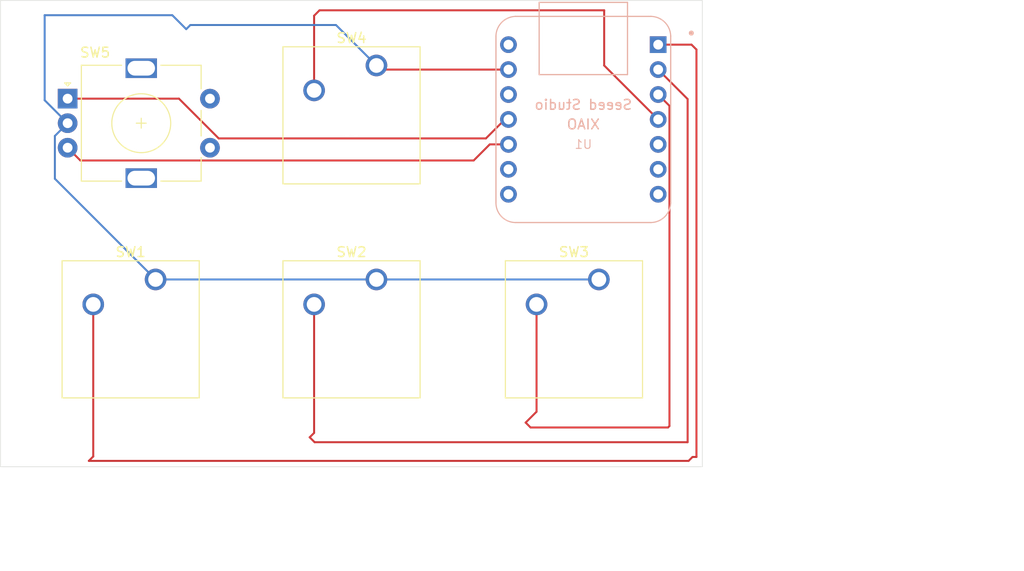
<source format=kicad_pcb>
(kicad_pcb (version 20240108) (generator "pcbnew") (generator_version "8.0")
  (layers (0 "F.Cu" signal) (31 "B.Cu" signal) (34 "B.Paste" user) (35 "F.Paste" user) (36 "B.SilkS" user "B.Silkscreen") (37 "F.SilkS" user "F.Silkscreen") (38 "B.Mask" user) (39 "F.Mask" user) (44 "Edge.Cuts" user))
  (net 0 "")
  (net 1 "1")
  (net 2 "GND")
  (net 3 "2")
  (net 4 "3")
  (net 5 "4")
  (net 6 "B")
  (net 7 "A")
  (footprint "Button_Switch_Keyboard:SW_Cherry_MX_1.00u_PCB" (layer "F.Cu") (at 89.8 56.42)
    (property "Reference" "SW2" (at -2.54 -2.794 0) (layer "F.SilkS"))
    (property "Value" "SW_Push")
    (fp_line (start -9.525 -1.905) (end 4.445 -1.905) (stroke (width 0.12)) (layer "F.SilkS"))
    (fp_line (start -9.525 12.065) (end -9.525 -1.905) (stroke (width 0.12)) (layer "F.SilkS"))
    (fp_line (start 4.445 -1.905) (end 4.445 12.065) (stroke (width 0.12)) (layer "F.SilkS"))
    (fp_line (start 4.445 12.065) (end -9.525 12.065) (stroke (width 0.12)) (layer "F.SilkS"))
    (pad "" np_thru_hole circle (at -7.62 5.08) (size 1.7 1.7) (drill 1.7) (layers "*.Cu" "*.Mask"))
    (pad "" np_thru_hole circle (at -2.54 5.08) (size 4 4) (drill 4) (layers "*.Cu" "*.Mask"))
    (pad "" np_thru_hole circle (at 2.54 5.08) (size 1.7 1.7) (drill 1.7) (layers "*.Cu" "*.Mask"))
    (pad "1" thru_hole circle (at 0 0) (size 2.2 2.2) (drill 1.5) (layers "*.Cu" "*.Mask") (net 2 "GND"))
    (pad "2" thru_hole circle (at -6.35 2.54) (size 2.2 2.2) (drill 1.5) (layers "*.Cu" "*.Mask") (net 3 "2"))
  )
  (footprint "Rotary_Encoder:RotaryEncoder_Alps_EC11E-Switch_Vertical_H20mm" (layer "F.Cu") (at 58.34 38)
    (property "Reference" "SW5" (at 2.8 -4.7 0) (layer "F.SilkS"))
    (property "Value" "RotaryEncoder")
    (fp_line (start -0.3 -1.6) (end 0.3 -1.6) (stroke (width 0.12)) (layer "F.SilkS"))
    (fp_line (start 0 -1.3) (end -0.3 -1.6) (stroke (width 0.12)) (layer "F.SilkS"))
    (fp_line (start 0.3 -1.6) (end 0 -1.3) (stroke (width 0.12)) (layer "F.SilkS"))
    (fp_line (start 1.4 -3.4) (end 1.4 8.4) (stroke (width 0.12)) (layer "F.SilkS"))
    (fp_line (start 5.5 -3.4) (end 1.4 -3.4) (stroke (width 0.12)) (layer "F.SilkS"))
    (fp_line (start 5.5 8.4) (end 1.4 8.4) (stroke (width 0.12)) (layer "F.SilkS"))
    (fp_line (start 7 2.5) (end 8 2.5) (stroke (width 0.12)) (layer "F.SilkS"))
    (fp_line (start 7.5 2) (end 7.5 3) (stroke (width 0.12)) (layer "F.SilkS"))
    (fp_line (start 9.5 -3.4) (end 13.6 -3.4) (stroke (width 0.12)) (layer "F.SilkS"))
    (fp_line (start 13.6 -3.4) (end 13.6 -1) (stroke (width 0.12)) (layer "F.SilkS"))
    (fp_line (start 13.6 1.2) (end 13.6 3.8) (stroke (width 0.12)) (layer "F.SilkS"))
    (fp_line (start 13.6 6) (end 13.6 8.4) (stroke (width 0.12)) (layer "F.SilkS"))
    (fp_line (start 13.6 8.4) (end 9.5 8.4) (stroke (width 0.12)) (layer "F.SilkS"))
    (fp_circle (center 7.5 2.5) (end 10.5 2.5) (stroke (width 0.12)) (fill none) (layer "F.SilkS"))
    (pad "A" thru_hole rect (at 0 0) (size 2 2) (drill 1) (layers "*.Cu" "*.Mask") (net 7 "A"))
    (pad "B" thru_hole circle (at 0 5) (size 2 2) (drill 1) (layers "*.Cu" "*.Mask") (net 6 "B"))
    (pad "C" thru_hole circle (at 0 2.5) (size 2 2) (drill 1) (layers "*.Cu" "*.Mask") (net 2 "GND"))
    (pad "MP" thru_hole rect (at 7.5 -3.1) (size 3.2 2) (drill oval 2.8 1.5) (layers "*.Cu" "*.Mask"))
    (pad "MP" thru_hole rect (at 7.5 8.1) (size 3.2 2) (drill oval 2.8 1.5) (layers "*.Cu" "*.Mask"))
    (pad "S1" thru_hole circle (at 14.5 5) (size 2 2) (drill 1) (layers "*.Cu" "*.Mask"))
    (pad "S2" thru_hole circle (at 14.5 0) (size 2 2) (drill 1) (layers "*.Cu" "*.Mask"))
  )
  (footprint "Button_Switch_Keyboard:SW_Cherry_MX_1.00u_PCB" (layer "F.Cu") (at 112.46 56.42)
    (property "Reference" "SW3" (at -2.54 -2.794 0) (layer "F.SilkS"))
    (property "Value" "SW_Push")
    (fp_line (start -9.525 -1.905) (end 4.445 -1.905) (stroke (width 0.12)) (layer "F.SilkS"))
    (fp_line (start -9.525 12.065) (end -9.525 -1.905) (stroke (width 0.12)) (layer "F.SilkS"))
    (fp_line (start 4.445 -1.905) (end 4.445 12.065) (stroke (width 0.12)) (layer "F.SilkS"))
    (fp_line (start 4.445 12.065) (end -9.525 12.065) (stroke (width 0.12)) (layer "F.SilkS"))
    (pad "" np_thru_hole circle (at -7.62 5.08) (size 1.7 1.7) (drill 1.7) (layers "*.Cu" "*.Mask"))
    (pad "" np_thru_hole circle (at -2.54 5.08) (size 4 4) (drill 4) (layers "*.Cu" "*.Mask"))
    (pad "" np_thru_hole circle (at 2.54 5.08) (size 1.7 1.7) (drill 1.7) (layers "*.Cu" "*.Mask"))
    (pad "1" thru_hole circle (at 0 0) (size 2.2 2.2) (drill 1.5) (layers "*.Cu" "*.Mask") (net 2 "GND"))
    (pad "2" thru_hole circle (at -6.35 2.54) (size 2.2 2.2) (drill 1.5) (layers "*.Cu" "*.Mask") (net 4 "3"))
  )
  (footprint "Button_Switch_Keyboard:SW_Cherry_MX_1.00u_PCB" (layer "F.Cu") (at 89.8 34.62)
    (property "Reference" "SW4" (at -2.54 -2.794 0) (layer "F.SilkS"))
    (property "Value" "SW_Push")
    (fp_line (start -9.525 -1.905) (end 4.445 -1.905) (stroke (width 0.12)) (layer "F.SilkS"))
    (fp_line (start -9.525 12.065) (end -9.525 -1.905) (stroke (width 0.12)) (layer "F.SilkS"))
    (fp_line (start 4.445 -1.905) (end 4.445 12.065) (stroke (width 0.12)) (layer "F.SilkS"))
    (fp_line (start 4.445 12.065) (end -9.525 12.065) (stroke (width 0.12)) (layer "F.SilkS"))
    (pad "" np_thru_hole circle (at -7.62 5.08) (size 1.7 1.7) (drill 1.7) (layers "*.Cu" "*.Mask"))
    (pad "" np_thru_hole circle (at -2.54 5.08) (size 4 4) (drill 4) (layers "*.Cu" "*.Mask"))
    (pad "" np_thru_hole circle (at 2.54 5.08) (size 1.7 1.7) (drill 1.7) (layers "*.Cu" "*.Mask"))
    (pad "1" thru_hole circle (at 0 0) (size 2.2 2.2) (drill 1.5) (layers "*.Cu" "*.Mask") (net 2 "GND"))
    (pad "2" thru_hole circle (at -6.35 2.54) (size 2.2 2.2) (drill 1.5) (layers "*.Cu" "*.Mask") (net 5 "4"))
  )
  (footprint "Button_Switch_Keyboard:SW_Cherry_MX_1.00u_PCB" (layer "F.Cu") (at 67.3 56.42)
    (property "Reference" "SW1" (at -2.54 -2.794 0) (layer "F.SilkS"))
    (property "Value" "SW_Push")
    (fp_line (start -9.525 -1.905) (end 4.445 -1.905) (stroke (width 0.12)) (layer "F.SilkS"))
    (fp_line (start -9.525 12.065) (end -9.525 -1.905) (stroke (width 0.12)) (layer "F.SilkS"))
    (fp_line (start 4.445 -1.905) (end 4.445 12.065) (stroke (width 0.12)) (layer "F.SilkS"))
    (fp_line (start 4.445 12.065) (end -9.525 12.065) (stroke (width 0.12)) (layer "F.SilkS"))
    (pad "" np_thru_hole circle (at -7.62 5.08) (size 1.7 1.7) (drill 1.7) (layers "*.Cu" "*.Mask"))
    (pad "" np_thru_hole circle (at -2.54 5.08) (size 4 4) (drill 4) (layers "*.Cu" "*.Mask"))
    (pad "" np_thru_hole circle (at 2.54 5.08) (size 1.7 1.7) (drill 1.7) (layers "*.Cu" "*.Mask"))
    (pad "1" thru_hole circle (at 0 0) (size 2.2 2.2) (drill 1.5) (layers "*.Cu" "*.Mask") (net 2 "GND"))
    (pad "2" thru_hole circle (at -6.35 2.54) (size 2.2 2.2) (drill 1.5) (layers "*.Cu" "*.Mask") (net 1 "1"))
  )
  (footprint "Seeed Studio XIAO Series Library:XIAO-Generic-Thruhole-14P-2.54-21X17.8MM" (layer "B.Cu") (at 110.875 40.12 180)
    (property "Reference" "U1" (at 0 -2.54 0) (layer "B.SilkS") (effects (font (size 0.889 0.889) (thickness 0.1016)) (justify mirror)))
    (property "Value" "Seeed Studio XIAO SAMD21" (hide yes))
    (fp_line (start 8.9 8.5) (end 8.9 -8.5) (stroke (width 0.127)) (layer "B.SilkS"))
    (fp_line (start 6.9 -10.5) (end -6.9 -10.5) (stroke (width 0.127)) (layer "B.SilkS"))
    (fp_line (start 4.5 11.92403) (end -4.5 11.92403) (stroke (width 0.127)) (layer "B.SilkS"))
    (fp_line (start 4.5 4.57073) (end 4.5 11.92403) (stroke (width 0.127)) (layer "B.SilkS"))
    (fp_line (start -4.5 11.92403) (end -4.5 4.57073) (stroke (width 0.127)) (layer "B.SilkS"))
    (fp_line (start -4.5 4.57073) (end 4.5 4.57073) (stroke (width 0.127)) (layer "B.SilkS"))
    (fp_line (start -6.9 10.49909) (end 6.9 10.49909) (stroke (width 0.127)) (layer "B.SilkS"))
    (fp_line (start -8.9 -8.5) (end -8.9 8.5) (stroke (width 0.127)) (layer "B.SilkS"))
    (fp_arc (start 8.9 8.5) (mid 8.301494 9.901494) (end 6.9 10.5) (stroke (width 0.12)) (layer "B.SilkS"))
    (fp_arc (start 6.9 -10.5) (mid 8.314214 -9.914214) (end 8.9 -8.5) (stroke (width 0.12)) (layer "B.SilkS"))
    (fp_arc (start -6.9 10.5) (mid -8.301491 9.901491) (end -8.9 8.5) (stroke (width 0.12)) (layer "B.SilkS"))
    (fp_arc (start -8.9 -8.5) (mid -8.301423 -9.901423) (end -6.9 -10.5) (stroke (width 0.12)) (layer "B.SilkS"))
    (fp_circle (center -11 8.8) (end -11 9.054) (fill solid) (layer "B.SilkS"))
    (fp_poly (pts (xy -8.887715 8.561705) (xy -8.884667 8.610473) (xy -8.880603 8.659494)) (stroke (width 0.0254)) (fill none) (layer "B.SilkS"))
    (fp_poly (pts (xy 8.889492 -8.521574) (xy 8.887713 -8.57085) (xy 8.884665 -8.619618) (xy 8.880601 -8.668639) (xy 8.875268 -8.717407) (xy 8.868664 -8.766175) (xy 8.861044 -8.81469) (xy 8.852153 -8.86295) (xy 8.842248 -8.910955)) (stroke (width 0.0254)) (fill none) (layer "B.SilkS"))
    (fp_text user "XIAO" (at 0 -0.5 0) (layer "B.SilkS") (effects (justify mirror)))
    (fp_text user "Seeed Studio" (at 0 1.5 0) (layer "B.SilkS") (effects (justify mirror)))
    (pad "1" thru_hole rect (at -7.625 7.62 180) (size 1.7 1.7) (drill 1) (layers "*.Cu" "*.Mask") (net 1 "1"))
    (pad "2" thru_hole circle (at -7.625 5.08 180) (size 1.7 1.7) (drill 1) (layers "*.Cu" "*.Mask") (net 3 "2"))
    (pad "3" thru_hole circle (at -7.625 2.54 180) (size 1.7 1.7) (drill 1) (layers "*.Cu" "*.Mask") (net 4 "3"))
    (pad "4" thru_hole circle (at -7.625 0 180) (size 1.7 1.7) (drill 1) (layers "*.Cu" "*.Mask") (net 5 "4"))
    (pad "5" thru_hole circle (at -7.625 -2.54 180) (size 1.7 1.7) (drill 1) (layers "*.Cu" "*.Mask"))
    (pad "6" thru_hole circle (at -7.625 -5.08) (size 1.7 1.7) (drill 1) (layers "*.Cu" "*.Mask"))
    (pad "7" thru_hole circle (at -7.625 -7.62 180) (size 1.7 1.7) (drill 1) (layers "*.Cu" "*.Mask"))
    (pad "8" thru_hole circle (at 7.625 -7.62 180) (size 1.7 1.7) (drill 1) (layers "*.Cu" "*.Mask"))
    (pad "9" thru_hole circle (at 7.625 -5.08 180) (size 1.7 1.7) (drill 1) (layers "*.Cu" "*.Mask"))
    (pad "10" thru_hole circle (at 7.625 -2.54 180) (size 1.7 1.7) (drill 1) (layers "*.Cu" "*.Mask") (net 6 "B"))
    (pad "11" thru_hole circle (at 7.625 0 180) (size 1.7 1.7) (drill 1) (layers "*.Cu" "*.Mask") (net 7 "A"))
    (pad "12" thru_hole circle (at 7.625 2.54 180) (size 1.7 1.7) (drill 1) (layers "*.Cu" "*.Mask"))
    (pad "13" thru_hole circle (at 7.625 5.08 180) (size 1.7 1.7) (drill 1) (layers "*.Cu" "*.Mask") (net 2 "GND"))
    (pad "14" thru_hole circle (at 7.625 7.62 180) (size 1.7 1.7) (drill 1) (layers "*.Cu" "*.Mask"))
  )
  (gr_rect (start 51.5 28) (end 123 75.5) (stroke (width 0.05)) (fill none) (layer "Edge.Cuts"))
  (segment (start 60.95 74.45) (end 60.95 58.96) (width 0.2) (layer "F.Cu") (net 1))
  (segment (start 122.4 74.5) (end 122 74.5) (width 0.2) (layer "F.Cu") (net 1))
  (segment (start 121.9 32.5) (end 122.4 33) (width 0.2) (layer "F.Cu") (net 1))
  (segment (start 122.4 33) (end 122.4 74.5) (width 0.2) (layer "F.Cu") (net 1))
  (segment (start 121.6 74.9) (end 60.5 74.9) (width 0.2) (layer "F.Cu") (net 1))
  (segment (start 60.5 74.9) (end 60.95 74.45) (width 0.2) (layer "F.Cu") (net 1))
  (segment (start 122 74.5) (end 121.6 74.9) (width 0.2) (layer "F.Cu") (net 1))
  (segment (start 118.5 32.5) (end 121.9 32.5) (width 0.2) (layer "F.Cu") (net 1))
  (segment (start 103.25 35.04) (end 90.22 35.04) (width 0.2) (layer "F.Cu") (net 2))
  (segment (start 90.22 35.04) (end 89.8 34.62) (width 0.2) (layer "F.Cu") (net 2))
  (segment (start 89.8 34.62) (end 89.750526 34.570526) (width 0.2) (layer "F.Cu") (net 2))
  (segment (start 89.750526 34.570526) (end 89.729684 34.570526) (width 0.2) (layer "F.Cu") (net 2))
  (segment (start 89.8 34.62) (end 85.68 30.5) (width 0.2) (layer "B.Cu") (net 2))
  (segment (start 69 29.5) (end 56 29.5) (width 0.2) (layer "B.Cu") (net 2))
  (segment (start 85.68 30.5) (end 70.84 30.5) (width 0.2) (layer "B.Cu") (net 2))
  (segment (start 56 38.16) (end 58.34 40.5) (width 0.2) (layer "B.Cu") (net 2))
  (segment (start 57.04 46.16) (end 67.3 56.42) (width 0.2) (layer "B.Cu") (net 2))
  (segment (start 56 29.5) (end 56 38.16) (width 0.2) (layer "B.Cu") (net 2))
  (segment (start 67.3 56.42) (end 89.8 56.42) (width 0.2) (layer "B.Cu") (net 2))
  (segment (start 70.42 30.92) (end 69 29.5) (width 0.2) (layer "B.Cu") (net 2))
  (segment (start 89.8 56.42) (end 112.46 56.42) (width 0.2) (layer "B.Cu") (net 2))
  (segment (start 70.84 30.5) (end 70.42 30.92) (width 0.2) (layer "B.Cu") (net 2))
  (segment (start 57.04 41.8) (end 57.04 46.16) (width 0.2) (layer "B.Cu") (net 2))
  (segment (start 58.34 40.5) (end 57.04 41.8) (width 0.2) (layer "B.Cu") (net 2))
  (segment (start 83 72.5) (end 83.45 72.05) (width 0.2) (layer "F.Cu") (net 3))
  (segment (start 83.5 73) (end 83 72.5) (width 0.2) (layer "F.Cu") (net 3))
  (segment (start 121.5 73) (end 83.5 73) (width 0.2) (layer "F.Cu") (net 3))
  (segment (start 118.5 35.04) (end 121.5 38.04) (width 0.2) (layer "F.Cu") (net 3))
  (segment (start 83.45 72.05) (end 83.45 58.96) (width 0.2) (layer "F.Cu") (net 3))
  (segment (start 121.5 38.04) (end 121.5 73) (width 0.2) (layer "F.Cu") (net 3))
  (segment (start 118.5 37.58) (end 119.65 38.73) (width 0.2) (layer "F.Cu") (net 4))
  (segment (start 119.5 71.5) (end 105.5 71.5) (width 0.2) (layer "F.Cu") (net 4))
  (segment (start 119.65 71.35) (end 119.5 71.5) (width 0.2) (layer "F.Cu") (net 4))
  (segment (start 106.11 69.89) (end 106.11 58.96) (width 0.2) (layer "F.Cu") (net 4))
  (segment (start 105 71) (end 106.11 69.89) (width 0.2) (layer "F.Cu") (net 4))
  (segment (start 119.65 38.73) (end 119.65 71.35) (width 0.2) (layer "F.Cu") (net 4))
  (segment (start 105.5 71.5) (end 105 71) (width 0.2) (layer "F.Cu") (net 4))
  (segment (start 83.45 29.55) (end 83.45 37.16) (width 0.2) (layer "F.Cu") (net 5))
  (segment (start 113 29) (end 84 29) (width 0.2) (layer "F.Cu") (net 5))
  (segment (start 118.5 40.12) (end 113 34.62) (width 0.2) (layer "F.Cu") (net 5))
  (segment (start 84 29) (end 83.45 29.55) (width 0.2) (layer "F.Cu") (net 5))
  (segment (start 113 34.62) (end 113 29) (width 0.2) (layer "F.Cu") (net 5))
  (segment (start 59.64 44.3) (end 58.34 43) (width 0.2) (layer "F.Cu") (net 6))
  (segment (start 99.7 44.3) (end 59.64 44.3) (width 0.2) (layer "F.Cu") (net 6))
  (segment (start 103.25 42.66) (end 101.34 42.66) (width 0.2) (layer "F.Cu") (net 6))
  (segment (start 101.34 42.66) (end 99.7 44.3) (width 0.2) (layer "F.Cu") (net 6))
  (segment (start 103.25 40.12) (end 103.12 40.12) (width 0.2) (layer "F.Cu") (net 7))
  (segment (start 103.12 40.12) (end 103 40) (width 0.2) (layer "F.Cu") (net 7))
  (segment (start 103 40) (end 100.95 42.05) (width 0.2) (layer "F.Cu") (net 7))
  (segment (start 69.678478 38) (end 58.34 38) (width 0.2) (layer "F.Cu") (net 7))
  (segment (start 73.728478 42.05) (end 69.678478 38) (width 0.2) (layer "F.Cu") (net 7))
  (segment (start 100.95 42.05) (end 73.728478 42.05) (width 0.2) (layer "F.Cu") (net 7))
)
</source>
